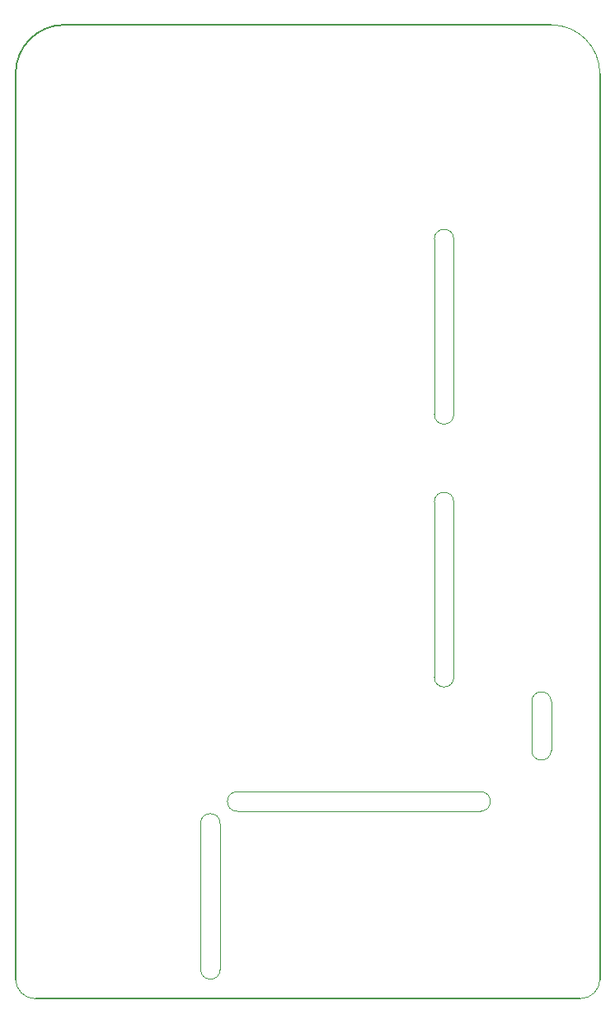
<source format=gm1>
G04 #@! TF.GenerationSoftware,KiCad,Pcbnew,(6.0.11-0)*
G04 #@! TF.CreationDate,2025-05-14T22:18:42-06:00*
G04 #@! TF.ProjectId,AnalogPCB,416e616c-6f67-4504-9342-2e6b69636164,rev?*
G04 #@! TF.SameCoordinates,Original*
G04 #@! TF.FileFunction,Profile,NP*
%FSLAX46Y46*%
G04 Gerber Fmt 4.6, Leading zero omitted, Abs format (unit mm)*
G04 Created by KiCad (PCBNEW (6.0.11-0)) date 2025-05-14 22:18:42*
%MOMM*%
%LPD*%
G01*
G04 APERTURE LIST*
G04 #@! TA.AperFunction,Profile*
%ADD10C,0.100000*%
G04 #@! TD*
G04 #@! TA.AperFunction,Profile*
%ADD11C,0.200000*%
G04 #@! TD*
G04 APERTURE END LIST*
D10*
X93000000Y-90000000D02*
G75*
G03*
X95000000Y-90000000I1000000J0D01*
G01*
X95000000Y-99000000D02*
X95000000Y-117000000D01*
X110000000Y-55000000D02*
G75*
G03*
X105000000Y-50000000I-5000000J0D01*
G01*
X69000000Y-147000000D02*
X69000000Y-132000000D01*
X108000000Y-150000000D02*
G75*
G03*
X110000000Y-148000000I0J2000000D01*
G01*
D11*
X105000000Y-50000000D02*
X55000000Y-50000000D01*
D10*
X71000000Y-132000000D02*
X71000000Y-147000000D01*
X97750000Y-130750000D02*
X72750000Y-130750000D01*
X95000000Y-72000000D02*
X95000000Y-90000000D01*
D11*
X55000000Y-50000000D02*
G75*
G03*
X50000000Y-55000000I0J-5000000D01*
G01*
D10*
X93000000Y-117000000D02*
G75*
G03*
X95000000Y-117000000I1000000J0D01*
G01*
X97750000Y-130750000D02*
G75*
G03*
X97750000Y-128750000I0J1000000D01*
G01*
X95000000Y-99000000D02*
G75*
G03*
X93000000Y-99000000I-1000000J0D01*
G01*
X95000000Y-72000000D02*
G75*
G03*
X93000000Y-72000000I-1000000J0D01*
G01*
D11*
X52000000Y-150000000D02*
X108000000Y-150000000D01*
D10*
X105000000Y-119500000D02*
G75*
G03*
X103000000Y-119500000I-1000000J0D01*
G01*
X72750000Y-128750000D02*
G75*
G03*
X72750000Y-130750000I0J-1000000D01*
G01*
X105000000Y-119500000D02*
X105000000Y-124500000D01*
X71000000Y-132000000D02*
G75*
G03*
X69000000Y-132000000I-1000000J0D01*
G01*
X50000000Y-148000000D02*
G75*
G03*
X52000000Y-150000000I2000000J0D01*
G01*
D11*
X110000000Y-148000000D02*
X110000000Y-55000000D01*
D10*
X72750000Y-128750000D02*
X97750000Y-128750000D01*
X103000000Y-124500000D02*
G75*
G03*
X105000000Y-124500000I1000000J0D01*
G01*
D11*
X50000000Y-55000000D02*
X50000000Y-148000000D01*
D10*
X103000000Y-119500000D02*
X103000000Y-124500000D01*
X93000000Y-90000000D02*
X93000000Y-72000000D01*
X69000000Y-147000000D02*
G75*
G03*
X71000000Y-147000000I1000000J0D01*
G01*
X93000000Y-117000000D02*
X93000000Y-99000000D01*
M02*

</source>
